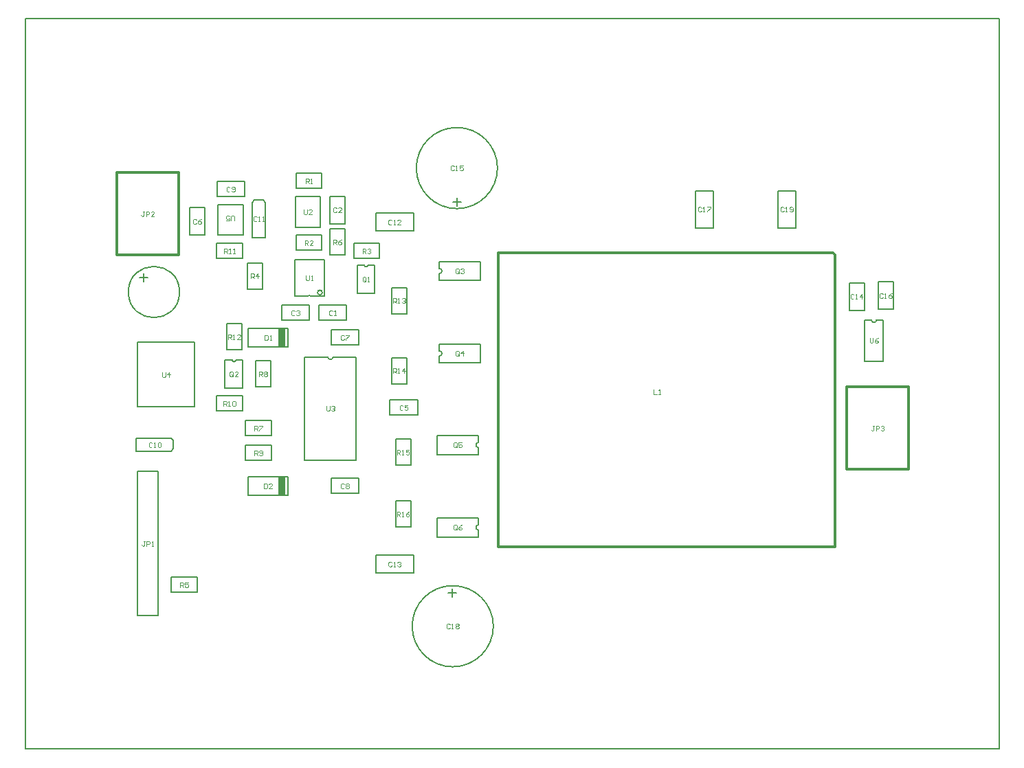
<source format=gto>
%FSLAX42Y42*%
%MOMM*%
G71*
G01*
G75*
G04 Layer_Color=65535*
%ADD10C,0.15*%
%ADD11C,0.30*%
%ADD12C,0.20*%
%ADD13C,0.12*%
%ADD14R,0.85X2.30*%
D10*
X9423Y4788D02*
G03*
X9487Y4788I32J0D01*
G01*
X901Y5131D02*
G03*
X901Y5131I-315J0D01*
G01*
X4767Y1012D02*
G03*
X4767Y1012I-500J0D01*
G01*
X1549Y4296D02*
G03*
X1596Y4296I24J0D01*
G01*
X4585Y2261D02*
G03*
X4585Y2197I0J-32D01*
G01*
X2519Y5078D02*
G03*
X2486Y5078I-16J0D01*
G01*
X2660Y5126D02*
G03*
X2660Y5126I-29J0D01*
G01*
X2729Y4331D02*
G03*
X2793Y4331I32J0D01*
G01*
X4585Y3277D02*
G03*
X4585Y3213I0J-32D01*
G01*
X4102Y4343D02*
G03*
X4102Y4407I0J32D01*
G01*
Y5359D02*
G03*
X4102Y5423I0J32D01*
G01*
X3175Y5465D02*
G03*
X3222Y5465I24J0D01*
G01*
X4818Y6659D02*
G03*
X4818Y6659I-500J0D01*
G01*
X1023Y6171D02*
X1118D01*
X1023Y5831D02*
Y6171D01*
Y5831D02*
X1213Y5831D01*
Y6171D01*
X1118Y6171D02*
X1213D01*
X9338Y4788D02*
X9338Y4280D01*
X9571D01*
X9571Y4788D02*
X9571Y4280D01*
X9487Y4788D02*
X9571D01*
X9338D02*
X9423Y4788D01*
X410Y5306D02*
X512D01*
X461Y5255D02*
Y5357D01*
X1800Y5803D02*
X1880Y5803D01*
X1800Y5803D02*
Y6236D01*
X1826Y6263D01*
X1933D01*
X1960Y6236D01*
X1960Y5803D01*
X1880Y5803D02*
X1960Y5803D01*
X9601Y5257D02*
X9696D01*
Y4917D02*
Y5257D01*
X9506Y4917D02*
X9696Y4917D01*
X9506Y4917D02*
Y5257D01*
X9601D01*
X4213Y1426D02*
X4315D01*
X4264Y1375D02*
Y1477D01*
X8272Y5919D02*
X8382Y5919D01*
X8272Y5919D02*
X8272Y6379D01*
X8492D01*
Y5919D02*
Y6379D01*
X8382Y5919D02*
X8492D01*
X1749Y2743D02*
Y2858D01*
X2239D01*
X2239Y2628D02*
X2239Y2858D01*
X1749Y2628D02*
X2239D01*
X1749D02*
X1749Y2743D01*
X1596Y4296D02*
X1682D01*
X1462D02*
X1549D01*
X1462Y3946D02*
Y4296D01*
Y3946D02*
X1682D01*
Y4296D01*
X4585Y2346D02*
X4585Y2261D01*
X4585Y2113D02*
Y2197D01*
X4077Y2113D02*
X4585Y2113D01*
X4077Y2113D02*
Y2346D01*
X4585Y2346D01*
X3658Y2554D02*
X3753Y2554D01*
Y2234D02*
X3753Y2554D01*
X3563Y2234D02*
X3753Y2234D01*
X3563Y2554D02*
X3563Y2234D01*
X3563Y2554D02*
X3658Y2554D01*
X2684Y5078D02*
Y5530D01*
X2321D02*
X2684D01*
X2321Y5078D02*
Y5530D01*
Y5078D02*
X2486D01*
X2519D02*
X2684D01*
X2444Y3061D02*
Y4331D01*
Y3061D02*
X3077D01*
Y4331D01*
X2793D02*
X3077D01*
X2444D02*
X2729D01*
X1085Y3715D02*
Y4515D01*
X385Y3715D02*
X1085D01*
X385D02*
Y4515D01*
X1085D01*
X1376Y5831D02*
X1686D01*
X1376D02*
Y6211D01*
X1686D01*
Y5831D02*
Y6211D01*
X1357Y3759D02*
X1357Y3854D01*
X1357Y3854D02*
X1677Y3854D01*
X1677Y3664D01*
X1357Y3664D02*
X1677Y3664D01*
X1357Y3759D02*
X1357Y3664D01*
X1575Y4739D02*
X1670Y4739D01*
Y4419D02*
X1670Y4739D01*
X1480Y4419D02*
X1670Y4419D01*
X1480Y4739D02*
X1480Y4419D01*
X1480Y4739D02*
X1575Y4739D01*
X799Y1524D02*
X799Y1619D01*
X799Y1619D02*
X1119Y1619D01*
X1119Y1429D01*
X799Y1429D02*
X1119Y1429D01*
X799Y1524D02*
X799Y1429D01*
X1713Y3150D02*
X1713Y3245D01*
X1713Y3245D02*
X2033Y3245D01*
X2033Y3055D01*
X1713Y3055D02*
X2033Y3055D01*
X1713Y3150D02*
X1713Y3055D01*
X1713Y3454D02*
X1713Y3549D01*
X1713Y3549D02*
X2033Y3549D01*
X2033Y3359D01*
X1713Y3359D02*
X2033Y3359D01*
X1713Y3454D02*
X1713Y3359D01*
X2770Y2743D02*
Y2838D01*
X2770D02*
X3110D01*
X3110Y2648D02*
X3110Y2838D01*
X2770Y2648D02*
X3110D01*
X2770D02*
Y2743D01*
X4585Y3362D02*
X4585Y3277D01*
X4585Y3129D02*
Y3213D01*
X4077Y3129D02*
X4585Y3129D01*
X4077Y3129D02*
Y3362D01*
X4585Y3362D01*
X3658Y3316D02*
X3753Y3316D01*
Y2996D02*
X3753Y3316D01*
X3563Y2996D02*
X3753Y2996D01*
X3563Y3316D02*
X3563Y2996D01*
X3563Y3316D02*
X3658Y3316D01*
X1734Y5167D02*
X1829Y5167D01*
X1734Y5167D02*
X1734Y5487D01*
X1924Y5487D01*
X1924Y5167D01*
X1829Y5167D02*
X1924Y5167D01*
X3367Y5544D02*
X3367Y5639D01*
X3047Y5544D02*
X3367Y5544D01*
X3047Y5734D02*
X3047Y5544D01*
X3047Y5734D02*
X3367Y5734D01*
X3367Y5639D01*
X3512Y3999D02*
X3607Y3999D01*
X3512Y3999D02*
X3512Y4319D01*
X3702Y4319D01*
X3702Y3999D01*
X3607Y3999D02*
X3702Y3999D01*
X4102Y4343D02*
X4102Y4258D01*
Y4407D02*
Y4491D01*
X4610Y4491D01*
Y4258D02*
Y4491D01*
X4102Y4258D02*
X4610Y4258D01*
X7256Y5919D02*
X7366Y5919D01*
X7256Y5919D02*
X7256Y6379D01*
X7476D01*
Y5919D02*
Y6379D01*
X7366Y5919D02*
X7476D01*
X1749Y4572D02*
Y4687D01*
X2239D01*
X2239Y4457D02*
X2239Y4687D01*
X1749Y4457D02*
X2239D01*
X1749D02*
X1749Y4572D01*
X3512Y4863D02*
X3607Y4863D01*
X3512Y4863D02*
X3512Y5183D01*
X3702Y5183D01*
X3702Y4863D01*
X3607Y4863D02*
X3702Y4863D01*
X4102Y5359D02*
X4102Y5274D01*
Y5423D02*
Y5507D01*
X4610Y5507D01*
Y5274D02*
Y5507D01*
X4102Y5274D02*
X4610Y5274D01*
X2770Y4572D02*
Y4667D01*
X2770D02*
X3110D01*
X3110Y4477D02*
X3110Y4667D01*
X2770Y4477D02*
X3110D01*
X2770D02*
Y4572D01*
X1930Y4281D02*
X2025Y4281D01*
Y3961D02*
X2025Y4281D01*
X1835Y3961D02*
X2025Y3961D01*
X1835Y4281D02*
X1835Y3961D01*
X1835Y4281D02*
X1930Y4281D01*
X9151Y4903D02*
X9246D01*
X9151Y4903D02*
Y5243D01*
X9341Y5243D01*
Y4903D02*
Y5243D01*
X9246Y4903D02*
X9341D01*
X3834Y3613D02*
Y3708D01*
X3494Y3613D02*
X3834D01*
X3494D02*
X3494Y3803D01*
X3834D01*
Y3708D02*
Y3803D01*
X2617Y4877D02*
Y4972D01*
X2617D02*
X2957D01*
X2957Y4782D02*
X2957Y4972D01*
X2617Y4782D02*
X2957D01*
X2617D02*
Y4877D01*
X3222Y5465D02*
X3308D01*
X3088D02*
X3175D01*
X3088Y5115D02*
Y5465D01*
Y5115D02*
X3308D01*
Y5465D01*
X1701Y6306D02*
Y6401D01*
X1361Y6306D02*
X1701D01*
X1361D02*
X1361Y6496D01*
X1701D01*
Y6401D02*
Y6496D01*
X1357Y5639D02*
X1357Y5734D01*
X1357Y5734D02*
X1677Y5734D01*
X1677Y5544D01*
X1357Y5544D02*
X1677Y5544D01*
X1357Y5639D02*
X1357Y5544D01*
X2160Y4877D02*
Y4972D01*
X2160D02*
X2500D01*
X2500Y4782D02*
X2500Y4972D01*
X2160Y4782D02*
X2500D01*
X2160D02*
Y4877D01*
X2656Y6407D02*
X2656Y6502D01*
X2336Y6407D02*
X2656Y6407D01*
X2336Y6597D02*
X2336Y6407D01*
X2336Y6597D02*
X2656Y6597D01*
X2656Y6502D01*
X2845Y5907D02*
X2940Y5907D01*
Y5587D02*
X2940Y5907D01*
X2750Y5587D02*
X2940Y5587D01*
X2750Y5907D02*
X2750Y5587D01*
X2750Y5907D02*
X2845Y5907D01*
X2328Y6310D02*
X2638D01*
Y5930D02*
Y6310D01*
X2328Y5930D02*
X2638D01*
X2328D02*
Y6310D01*
X3783Y5994D02*
X3783Y5884D01*
X3323Y5884D02*
X3783Y5884D01*
X3323Y5884D02*
Y6104D01*
X3783D01*
Y5994D02*
Y6104D01*
Y1778D02*
X3783Y1668D01*
X3323Y1668D02*
X3783Y1668D01*
X3323Y1668D02*
Y1888D01*
X3783D01*
Y1778D02*
Y1888D01*
X367Y3251D02*
X367Y3331D01*
X801D01*
X827Y3305D01*
Y3198D02*
Y3305D01*
X801Y3171D02*
X827Y3198D01*
X367Y3171D02*
X801Y3171D01*
X367Y3251D02*
X367Y3171D01*
X4270Y6245D02*
X4372D01*
X4321Y6194D02*
Y6296D01*
X2750Y5970D02*
X2845D01*
X2750Y5970D02*
Y6310D01*
X2940Y6310D01*
Y5970D02*
Y6310D01*
X2845Y5970D02*
X2940D01*
X2656Y5645D02*
X2656Y5740D01*
X2336Y5645D02*
X2656Y5645D01*
X2336Y5835D02*
X2336Y5645D01*
X2336Y5835D02*
X2656Y5835D01*
X2656Y5740D01*
D11*
X4826Y1994D02*
X8979D01*
Y5588D01*
X8954Y5613D02*
X8979Y5588D01*
X4826Y5613D02*
X8954D01*
X4826Y1994D02*
Y5613D01*
X9881Y2946D02*
Y3962D01*
X9119Y2946D02*
X9881D01*
X9119D02*
Y3962D01*
X9881D01*
X127Y5588D02*
Y6604D01*
X889D01*
Y5588D02*
Y6604D01*
X127Y5588D02*
X889D01*
D12*
X381Y1143D02*
Y2921D01*
Y1143D02*
X635D01*
Y2921D01*
X381D02*
X635D01*
X-1000Y-500D02*
Y8500D01*
Y-500D02*
X11000D01*
Y8500D01*
X-1000D02*
X11000D01*
D13*
X9406Y4563D02*
Y4513D01*
X9416Y4503D01*
X9436D01*
X9446Y4513D01*
Y4563D01*
X9506D02*
X9486Y4553D01*
X9466Y4533D01*
Y4513D01*
X9476Y4503D01*
X9496D01*
X9506Y4513D01*
Y4523D01*
X9496Y4533D01*
X9466D01*
X1575Y6011D02*
Y6061D01*
X1565Y6071D01*
X1545D01*
X1535Y6061D01*
Y6011D01*
X1475D02*
X1515D01*
Y6041D01*
X1495Y6031D01*
X1485D01*
X1475Y6041D01*
Y6061D01*
X1485Y6071D01*
X1505D01*
X1515Y6061D01*
X686Y4144D02*
Y4094D01*
X696Y4084D01*
X716D01*
X726Y4094D01*
Y4144D01*
X776Y4084D02*
Y4144D01*
X746Y4114D01*
X786D01*
X2710Y3725D02*
Y3675D01*
X2720Y3665D01*
X2740D01*
X2750Y3675D01*
Y3725D01*
X2770Y3715D02*
X2780Y3725D01*
X2800D01*
X2810Y3715D01*
Y3705D01*
X2800Y3695D01*
X2790D01*
X2800D01*
X2810Y3685D01*
Y3675D01*
X2800Y3665D01*
X2780D01*
X2770Y3675D01*
X2433Y6151D02*
Y6101D01*
X2443Y6091D01*
X2463D01*
X2473Y6101D01*
Y6151D01*
X2533Y6091D02*
X2493D01*
X2533Y6131D01*
Y6141D01*
X2523Y6151D01*
X2503D01*
X2493Y6141D01*
X2461Y5333D02*
Y5283D01*
X2471Y5273D01*
X2491D01*
X2501Y5283D01*
Y5333D01*
X2521Y5273D02*
X2541D01*
X2531D01*
Y5333D01*
X2521Y5323D01*
X3581Y2365D02*
Y2425D01*
X3611D01*
X3621Y2415D01*
Y2395D01*
X3611Y2385D01*
X3581D01*
X3601D02*
X3621Y2365D01*
X3641D02*
X3661D01*
X3651D01*
Y2425D01*
X3641Y2415D01*
X3731Y2425D02*
X3711Y2415D01*
X3691Y2395D01*
Y2375D01*
X3701Y2365D01*
X3721D01*
X3731Y2375D01*
Y2385D01*
X3721Y2395D01*
X3691D01*
X3581Y3127D02*
Y3187D01*
X3611D01*
X3621Y3177D01*
Y3157D01*
X3611Y3147D01*
X3581D01*
X3601D02*
X3621Y3127D01*
X3641D02*
X3661D01*
X3651D01*
Y3187D01*
X3641Y3177D01*
X3731Y3187D02*
X3691D01*
Y3157D01*
X3711Y3167D01*
X3721D01*
X3731Y3157D01*
Y3137D01*
X3721Y3127D01*
X3701D01*
X3691Y3137D01*
X3531Y4130D02*
Y4190D01*
X3561D01*
X3571Y4180D01*
Y4160D01*
X3561Y4150D01*
X3531D01*
X3551D02*
X3571Y4130D01*
X3591D02*
X3611D01*
X3601D01*
Y4190D01*
X3591Y4180D01*
X3671Y4130D02*
Y4190D01*
X3641Y4160D01*
X3681D01*
X3531Y4994D02*
Y5054D01*
X3561D01*
X3571Y5044D01*
Y5024D01*
X3561Y5014D01*
X3531D01*
X3551D02*
X3571Y4994D01*
X3591D02*
X3611D01*
X3601D01*
Y5054D01*
X3591Y5044D01*
X3641D02*
X3651Y5054D01*
X3671D01*
X3681Y5044D01*
Y5034D01*
X3671Y5024D01*
X3661D01*
X3671D01*
X3681Y5014D01*
Y5004D01*
X3671Y4994D01*
X3651D01*
X3641Y5004D01*
X1499Y4549D02*
Y4609D01*
X1529D01*
X1539Y4599D01*
Y4579D01*
X1529Y4569D01*
X1499D01*
X1519D02*
X1539Y4549D01*
X1559D02*
X1579D01*
X1569D01*
Y4609D01*
X1559Y4599D01*
X1649Y4549D02*
X1609D01*
X1649Y4589D01*
Y4599D01*
X1639Y4609D01*
X1619D01*
X1609Y4599D01*
X1453Y5608D02*
Y5668D01*
X1483D01*
X1493Y5658D01*
Y5638D01*
X1483Y5628D01*
X1453D01*
X1473D02*
X1493Y5608D01*
X1513D02*
X1533D01*
X1523D01*
Y5668D01*
X1513Y5658D01*
X1563Y5608D02*
X1583D01*
X1573D01*
Y5668D01*
X1563Y5658D01*
X1443Y3729D02*
Y3789D01*
X1473D01*
X1483Y3779D01*
Y3759D01*
X1473Y3749D01*
X1443D01*
X1463D02*
X1483Y3729D01*
X1503D02*
X1523D01*
X1513D01*
Y3789D01*
X1503Y3779D01*
X1553D02*
X1563Y3789D01*
X1583D01*
X1593Y3779D01*
Y3739D01*
X1583Y3729D01*
X1563D01*
X1553Y3739D01*
Y3779D01*
X1824Y3119D02*
Y3179D01*
X1854D01*
X1864Y3169D01*
Y3149D01*
X1854Y3139D01*
X1824D01*
X1844D02*
X1864Y3119D01*
X1884Y3129D02*
X1894Y3119D01*
X1914D01*
X1924Y3129D01*
Y3169D01*
X1914Y3179D01*
X1894D01*
X1884Y3169D01*
Y3159D01*
X1894Y3149D01*
X1924D01*
X1880Y4092D02*
Y4152D01*
X1910D01*
X1920Y4142D01*
Y4122D01*
X1910Y4112D01*
X1880D01*
X1900D02*
X1920Y4092D01*
X1940Y4142D02*
X1950Y4152D01*
X1970D01*
X1980Y4142D01*
Y4132D01*
X1970Y4122D01*
X1980Y4112D01*
Y4102D01*
X1970Y4092D01*
X1950D01*
X1940Y4102D01*
Y4112D01*
X1950Y4122D01*
X1940Y4132D01*
Y4142D01*
X1950Y4122D02*
X1970D01*
X1824Y3424D02*
Y3484D01*
X1854D01*
X1864Y3474D01*
Y3454D01*
X1854Y3444D01*
X1824D01*
X1844D02*
X1864Y3424D01*
X1884Y3484D02*
X1924D01*
Y3474D01*
X1884Y3434D01*
Y3424D01*
X2794Y5718D02*
Y5778D01*
X2824D01*
X2834Y5768D01*
Y5748D01*
X2824Y5738D01*
X2794D01*
X2814D02*
X2834Y5718D01*
X2894Y5778D02*
X2874Y5768D01*
X2854Y5748D01*
Y5728D01*
X2864Y5718D01*
X2884D01*
X2894Y5728D01*
Y5738D01*
X2884Y5748D01*
X2854D01*
X909Y1494D02*
Y1554D01*
X939D01*
X949Y1544D01*
Y1524D01*
X939Y1514D01*
X909D01*
X929D02*
X949Y1494D01*
X1009Y1554D02*
X969D01*
Y1524D01*
X989Y1534D01*
X999D01*
X1009Y1524D01*
Y1504D01*
X999Y1494D01*
X979D01*
X969Y1504D01*
X1778Y5298D02*
Y5358D01*
X1808D01*
X1818Y5348D01*
Y5328D01*
X1808Y5318D01*
X1778D01*
X1798D02*
X1818Y5298D01*
X1868D02*
Y5358D01*
X1838Y5328D01*
X1878D01*
X3157Y5608D02*
Y5668D01*
X3187D01*
X3197Y5658D01*
Y5638D01*
X3187Y5628D01*
X3157D01*
X3177D02*
X3197Y5608D01*
X3217Y5658D02*
X3227Y5668D01*
X3247D01*
X3257Y5658D01*
Y5648D01*
X3247Y5638D01*
X3237D01*
X3247D01*
X3257Y5628D01*
Y5618D01*
X3247Y5608D01*
X3227D01*
X3217Y5618D01*
X2446Y5710D02*
Y5770D01*
X2476D01*
X2486Y5760D01*
Y5740D01*
X2476Y5730D01*
X2446D01*
X2466D02*
X2486Y5710D01*
X2546D02*
X2506D01*
X2546Y5750D01*
Y5760D01*
X2536Y5770D01*
X2516D01*
X2506Y5760D01*
X2456Y6472D02*
Y6532D01*
X2486D01*
X2496Y6522D01*
Y6502D01*
X2486Y6492D01*
X2456D01*
X2476D02*
X2496Y6472D01*
X2516D02*
X2536D01*
X2526D01*
Y6532D01*
X2516Y6522D01*
X4320Y2210D02*
Y2250D01*
X4310Y2260D01*
X4290D01*
X4280Y2250D01*
Y2210D01*
X4290Y2200D01*
X4310D01*
X4300Y2220D02*
X4320Y2200D01*
X4310D02*
X4320Y2210D01*
X4380Y2260D02*
X4360Y2250D01*
X4340Y2230D01*
Y2210D01*
X4350Y2200D01*
X4370D01*
X4380Y2210D01*
Y2220D01*
X4370Y2230D01*
X4340D01*
X4320Y3226D02*
Y3266D01*
X4310Y3276D01*
X4290D01*
X4280Y3266D01*
Y3226D01*
X4290Y3216D01*
X4310D01*
X4300Y3236D02*
X4320Y3216D01*
X4310D02*
X4320Y3226D01*
X4380Y3276D02*
X4340D01*
Y3246D01*
X4360Y3256D01*
X4370D01*
X4380Y3246D01*
Y3226D01*
X4370Y3216D01*
X4350D01*
X4340Y3226D01*
X4345Y4356D02*
Y4396D01*
X4335Y4406D01*
X4315D01*
X4305Y4396D01*
Y4356D01*
X4315Y4346D01*
X4335D01*
X4325Y4366D02*
X4345Y4346D01*
X4335D02*
X4345Y4356D01*
X4395Y4346D02*
Y4406D01*
X4365Y4376D01*
X4405D01*
X4345Y5372D02*
Y5412D01*
X4335Y5422D01*
X4315D01*
X4305Y5412D01*
Y5372D01*
X4315Y5362D01*
X4335D01*
X4325Y5382D02*
X4345Y5362D01*
X4335D02*
X4345Y5372D01*
X4365Y5412D02*
X4375Y5422D01*
X4395D01*
X4405Y5412D01*
Y5402D01*
X4395Y5392D01*
X4385D01*
X4395D01*
X4405Y5382D01*
Y5372D01*
X4395Y5362D01*
X4375D01*
X4365Y5372D01*
X1561Y4102D02*
Y4142D01*
X1551Y4152D01*
X1531D01*
X1521Y4142D01*
Y4102D01*
X1531Y4092D01*
X1551D01*
X1541Y4112D02*
X1561Y4092D01*
X1551D02*
X1561Y4102D01*
X1621Y4092D02*
X1581D01*
X1621Y4132D01*
Y4142D01*
X1611Y4152D01*
X1591D01*
X1581Y4142D01*
X3197Y5270D02*
Y5310D01*
X3187Y5320D01*
X3167D01*
X3157Y5310D01*
Y5270D01*
X3167Y5260D01*
X3187D01*
X3177Y5280D02*
X3197Y5260D01*
X3187D02*
X3197Y5270D01*
X3217Y5260D02*
X3237D01*
X3227D01*
Y5320D01*
X3217Y5310D01*
X6744Y3933D02*
Y3874D01*
X6784D01*
X6804D02*
X6824D01*
X6814D01*
Y3933D01*
X6804Y3923D01*
X9461Y3484D02*
X9441D01*
X9451D01*
Y3434D01*
X9441Y3424D01*
X9431D01*
X9421Y3434D01*
X9481Y3424D02*
Y3484D01*
X9511D01*
X9521Y3474D01*
Y3454D01*
X9511Y3444D01*
X9481D01*
X9541Y3474D02*
X9551Y3484D01*
X9571D01*
X9581Y3474D01*
Y3464D01*
X9571Y3454D01*
X9561D01*
X9571D01*
X9581Y3444D01*
Y3434D01*
X9571Y3424D01*
X9551D01*
X9541Y3434D01*
X469Y6126D02*
X449D01*
X459D01*
Y6076D01*
X449Y6066D01*
X439D01*
X429Y6076D01*
X489Y6066D02*
Y6126D01*
X519D01*
X529Y6116D01*
Y6096D01*
X519Y6086D01*
X489D01*
X589Y6066D02*
X549D01*
X589Y6106D01*
Y6116D01*
X579Y6126D01*
X559D01*
X549Y6116D01*
X477Y2062D02*
X457D01*
X467D01*
Y2012D01*
X457Y2002D01*
X447D01*
X437Y2012D01*
X497Y2002D02*
Y2062D01*
X527D01*
X537Y2052D01*
Y2032D01*
X527Y2022D01*
X497D01*
X557Y2002D02*
X577D01*
X567D01*
Y2062D01*
X557Y2052D01*
X1943Y2773D02*
Y2713D01*
X1973D01*
X1983Y2723D01*
Y2763D01*
X1973Y2773D01*
X1943D01*
X2043Y2713D02*
X2003D01*
X2043Y2753D01*
Y2763D01*
X2033Y2773D01*
X2013D01*
X2003Y2763D01*
X1953Y4602D02*
Y4542D01*
X1983D01*
X1993Y4552D01*
Y4592D01*
X1983Y4602D01*
X1953D01*
X2013Y4542D02*
X2033D01*
X2023D01*
Y4602D01*
X2013Y4592D01*
X8346Y6169D02*
X8336Y6179D01*
X8316D01*
X8306Y6169D01*
Y6129D01*
X8316Y6119D01*
X8336D01*
X8346Y6129D01*
X8366Y6119D02*
X8386D01*
X8376D01*
Y6179D01*
X8366Y6169D01*
X8416Y6129D02*
X8426Y6119D01*
X8446D01*
X8456Y6129D01*
Y6169D01*
X8446Y6179D01*
X8426D01*
X8416Y6169D01*
Y6159D01*
X8426Y6149D01*
X8456D01*
X4231Y1033D02*
X4221Y1043D01*
X4201D01*
X4191Y1033D01*
Y993D01*
X4201Y983D01*
X4221D01*
X4231Y993D01*
X4251Y983D02*
X4271D01*
X4261D01*
Y1043D01*
X4251Y1033D01*
X4301D02*
X4311Y1043D01*
X4331D01*
X4341Y1033D01*
Y1023D01*
X4331Y1013D01*
X4341Y1003D01*
Y993D01*
X4331Y983D01*
X4311D01*
X4301Y993D01*
Y1003D01*
X4311Y1013D01*
X4301Y1023D01*
Y1033D01*
X4311Y1013D02*
X4331D01*
X7330Y6169D02*
X7320Y6179D01*
X7300D01*
X7290Y6169D01*
Y6129D01*
X7300Y6119D01*
X7320D01*
X7330Y6129D01*
X7350Y6119D02*
X7370D01*
X7360D01*
Y6179D01*
X7350Y6169D01*
X7400Y6179D02*
X7440D01*
Y6169D01*
X7400Y6129D01*
Y6119D01*
X9565Y5107D02*
X9555Y5117D01*
X9535D01*
X9525Y5107D01*
Y5067D01*
X9535Y5057D01*
X9555D01*
X9565Y5067D01*
X9585Y5057D02*
X9605D01*
X9595D01*
Y5117D01*
X9585Y5107D01*
X9675Y5117D02*
X9655Y5107D01*
X9635Y5087D01*
Y5067D01*
X9645Y5057D01*
X9665D01*
X9675Y5067D01*
Y5077D01*
X9665Y5087D01*
X9635D01*
X4282Y6679D02*
X4272Y6689D01*
X4252D01*
X4242Y6679D01*
Y6639D01*
X4252Y6629D01*
X4272D01*
X4282Y6639D01*
X4302Y6629D02*
X4322D01*
X4312D01*
Y6689D01*
X4302Y6679D01*
X4392Y6689D02*
X4352D01*
Y6659D01*
X4372Y6669D01*
X4382D01*
X4392Y6659D01*
Y6639D01*
X4382Y6629D01*
X4362D01*
X4352Y6639D01*
X9209Y5094D02*
X9199Y5104D01*
X9179D01*
X9169Y5094D01*
Y5054D01*
X9179Y5044D01*
X9199D01*
X9209Y5054D01*
X9229Y5044D02*
X9249D01*
X9239D01*
Y5104D01*
X9229Y5094D01*
X9309Y5044D02*
Y5104D01*
X9279Y5074D01*
X9319D01*
X3517Y1798D02*
X3507Y1808D01*
X3487D01*
X3477Y1798D01*
Y1758D01*
X3487Y1748D01*
X3507D01*
X3517Y1758D01*
X3537Y1748D02*
X3557D01*
X3547D01*
Y1808D01*
X3537Y1798D01*
X3587D02*
X3597Y1808D01*
X3617D01*
X3627Y1798D01*
Y1788D01*
X3617Y1778D01*
X3607D01*
X3617D01*
X3627Y1768D01*
Y1758D01*
X3617Y1748D01*
X3597D01*
X3587Y1758D01*
X3517Y6014D02*
X3507Y6024D01*
X3487D01*
X3477Y6014D01*
Y5974D01*
X3487Y5964D01*
X3507D01*
X3517Y5974D01*
X3537Y5964D02*
X3557D01*
X3547D01*
Y6024D01*
X3537Y6014D01*
X3627Y5964D02*
X3587D01*
X3627Y6004D01*
Y6014D01*
X3617Y6024D01*
X3597D01*
X3587Y6014D01*
X1854Y6052D02*
X1844Y6062D01*
X1824D01*
X1814Y6052D01*
Y6012D01*
X1824Y6002D01*
X1844D01*
X1854Y6012D01*
X1874Y6002D02*
X1894D01*
X1884D01*
Y6062D01*
X1874Y6052D01*
X1924Y6002D02*
X1944D01*
X1934D01*
Y6062D01*
X1924Y6052D01*
X563Y3271D02*
X553Y3281D01*
X533D01*
X523Y3271D01*
Y3231D01*
X533Y3221D01*
X553D01*
X563Y3231D01*
X583Y3221D02*
X603D01*
X593D01*
Y3281D01*
X583Y3271D01*
X633D02*
X643Y3281D01*
X663D01*
X673Y3271D01*
Y3231D01*
X663Y3221D01*
X643D01*
X633Y3231D01*
Y3271D01*
X1521Y6420D02*
X1511Y6430D01*
X1491D01*
X1481Y6420D01*
Y6380D01*
X1491Y6370D01*
X1511D01*
X1521Y6380D01*
X1541D02*
X1551Y6370D01*
X1571D01*
X1581Y6380D01*
Y6420D01*
X1571Y6430D01*
X1551D01*
X1541Y6420D01*
Y6410D01*
X1551Y6400D01*
X1581D01*
X2931Y2763D02*
X2921Y2773D01*
X2901D01*
X2891Y2763D01*
Y2723D01*
X2901Y2713D01*
X2921D01*
X2931Y2723D01*
X2951Y2763D02*
X2960Y2773D01*
X2980D01*
X2990Y2763D01*
Y2753D01*
X2980Y2743D01*
X2990Y2733D01*
Y2723D01*
X2980Y2713D01*
X2960D01*
X2951Y2723D01*
Y2733D01*
X2960Y2743D01*
X2951Y2753D01*
Y2763D01*
X2960Y2743D02*
X2980D01*
X2931Y4592D02*
X2921Y4602D01*
X2901D01*
X2891Y4592D01*
Y4552D01*
X2901Y4542D01*
X2921D01*
X2931Y4552D01*
X2951Y4602D02*
X2990D01*
Y4592D01*
X2951Y4552D01*
Y4542D01*
X1107Y6022D02*
X1097Y6032D01*
X1077D01*
X1067Y6022D01*
Y5982D01*
X1077Y5972D01*
X1097D01*
X1107Y5982D01*
X1167Y6032D02*
X1147Y6022D01*
X1127Y6002D01*
Y5982D01*
X1137Y5972D01*
X1157D01*
X1167Y5982D01*
Y5992D01*
X1157Y6002D01*
X1127D01*
X3654Y3728D02*
X3644Y3738D01*
X3624D01*
X3614Y3728D01*
Y3688D01*
X3624Y3678D01*
X3644D01*
X3654Y3688D01*
X3714Y3738D02*
X3674D01*
Y3708D01*
X3694Y3718D01*
X3704D01*
X3714Y3708D01*
Y3688D01*
X3704Y3678D01*
X3684D01*
X3674Y3688D01*
X2321Y4896D02*
X2311Y4906D01*
X2291D01*
X2281Y4896D01*
Y4856D01*
X2291Y4846D01*
X2311D01*
X2321Y4856D01*
X2341Y4896D02*
X2351Y4906D01*
X2371D01*
X2381Y4896D01*
Y4886D01*
X2371Y4876D01*
X2361D01*
X2371D01*
X2381Y4866D01*
Y4856D01*
X2371Y4846D01*
X2351D01*
X2341Y4856D01*
X2834Y6161D02*
X2824Y6171D01*
X2804D01*
X2794Y6161D01*
Y6121D01*
X2804Y6111D01*
X2824D01*
X2834Y6121D01*
X2894Y6111D02*
X2854D01*
X2894Y6151D01*
Y6161D01*
X2884Y6171D01*
X2864D01*
X2854Y6161D01*
X2788Y4896D02*
X2778Y4906D01*
X2758D01*
X2748Y4896D01*
Y4856D01*
X2758Y4846D01*
X2778D01*
X2788Y4856D01*
X2808Y4846D02*
X2828D01*
X2818D01*
Y4906D01*
X2808Y4896D01*
D14*
X2161Y2743D02*
D03*
Y4572D02*
D03*
M02*

</source>
